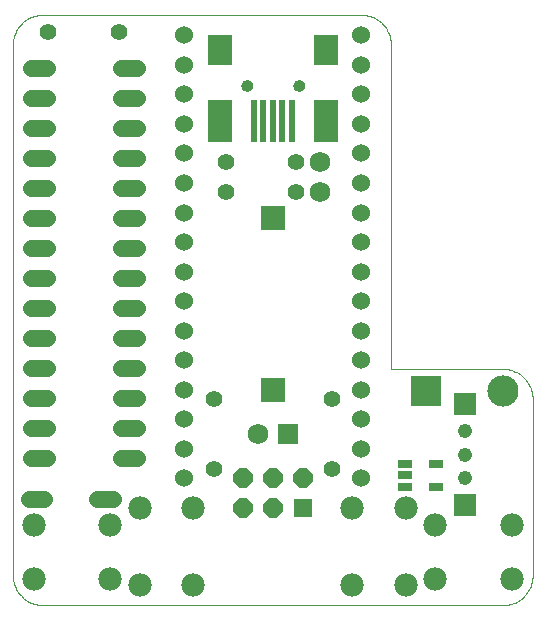
<source format=gbs>
G75*
G70*
%OFA0B0*%
%FSLAX24Y24*%
%IPPOS*%
%LPD*%
%AMOC8*
5,1,8,0,0,1.08239X$1,22.5*
%
%ADD10C,0.0000*%
%ADD11C,0.0600*%
%ADD12R,0.0800X0.0800*%
%ADD13R,0.0690X0.0690*%
%ADD14C,0.0690*%
%ADD15R,0.1040X0.1040*%
%ADD16C,0.1040*%
%ADD17R,0.0512X0.0257*%
%ADD18C,0.0560*%
%ADD19C,0.0780*%
%ADD20C,0.0555*%
%ADD21R,0.0749X0.0749*%
%ADD22C,0.0476*%
%ADD23OC8,0.0640*%
%ADD24R,0.0640X0.0640*%
%ADD25R,0.0827X0.1024*%
%ADD26R,0.0827X0.1418*%
%ADD27R,0.0237X0.1418*%
%ADD28C,0.0394*%
D10*
X001123Y001047D02*
X016445Y001047D01*
X016505Y001049D01*
X016566Y001054D01*
X016625Y001063D01*
X016684Y001076D01*
X016743Y001092D01*
X016800Y001112D01*
X016855Y001135D01*
X016910Y001162D01*
X016962Y001191D01*
X017013Y001224D01*
X017062Y001260D01*
X017108Y001298D01*
X017152Y001340D01*
X017194Y001384D01*
X017232Y001430D01*
X017268Y001479D01*
X017301Y001530D01*
X017330Y001582D01*
X017357Y001637D01*
X017380Y001692D01*
X017400Y001749D01*
X017416Y001808D01*
X017429Y001867D01*
X017438Y001926D01*
X017443Y001987D01*
X017445Y002047D01*
X017445Y007921D01*
X017443Y007981D01*
X017438Y008042D01*
X017429Y008101D01*
X017416Y008160D01*
X017400Y008219D01*
X017380Y008276D01*
X017357Y008331D01*
X017330Y008386D01*
X017301Y008438D01*
X017268Y008489D01*
X017232Y008538D01*
X017194Y008584D01*
X017152Y008628D01*
X017108Y008670D01*
X017062Y008708D01*
X017013Y008744D01*
X016962Y008777D01*
X016910Y008806D01*
X016855Y008833D01*
X016800Y008856D01*
X016743Y008876D01*
X016684Y008892D01*
X016625Y008905D01*
X016566Y008914D01*
X016505Y008919D01*
X016445Y008921D01*
X012721Y008921D01*
X012721Y019732D01*
X012719Y019792D01*
X012714Y019853D01*
X012705Y019912D01*
X012692Y019971D01*
X012676Y020030D01*
X012656Y020087D01*
X012633Y020142D01*
X012606Y020197D01*
X012577Y020249D01*
X012544Y020300D01*
X012508Y020349D01*
X012470Y020395D01*
X012428Y020439D01*
X012384Y020481D01*
X012338Y020519D01*
X012289Y020555D01*
X012238Y020588D01*
X012186Y020617D01*
X012131Y020644D01*
X012076Y020667D01*
X012019Y020687D01*
X011960Y020703D01*
X011901Y020716D01*
X011842Y020725D01*
X011781Y020730D01*
X011721Y020732D01*
X001123Y020732D01*
X001063Y020730D01*
X001002Y020725D01*
X000943Y020716D01*
X000884Y020703D01*
X000825Y020687D01*
X000768Y020667D01*
X000713Y020644D01*
X000658Y020617D01*
X000606Y020588D01*
X000555Y020555D01*
X000506Y020519D01*
X000460Y020481D01*
X000416Y020439D01*
X000374Y020395D01*
X000336Y020349D01*
X000300Y020300D01*
X000267Y020249D01*
X000238Y020197D01*
X000211Y020142D01*
X000188Y020087D01*
X000168Y020030D01*
X000152Y019971D01*
X000139Y019912D01*
X000130Y019853D01*
X000125Y019792D01*
X000123Y019732D01*
X000123Y002047D01*
X000125Y001987D01*
X000130Y001926D01*
X000139Y001867D01*
X000152Y001808D01*
X000168Y001749D01*
X000188Y001692D01*
X000211Y001637D01*
X000238Y001582D01*
X000267Y001530D01*
X000300Y001479D01*
X000336Y001430D01*
X000374Y001384D01*
X000416Y001340D01*
X000460Y001298D01*
X000506Y001260D01*
X000555Y001224D01*
X000606Y001191D01*
X000658Y001162D01*
X000713Y001135D01*
X000768Y001112D01*
X000825Y001092D01*
X000884Y001076D01*
X000943Y001063D01*
X001002Y001054D01*
X001063Y001049D01*
X001123Y001047D01*
X007741Y018370D02*
X007743Y018396D01*
X007749Y018422D01*
X007759Y018447D01*
X007772Y018470D01*
X007788Y018490D01*
X007808Y018508D01*
X007830Y018523D01*
X007853Y018535D01*
X007879Y018543D01*
X007905Y018547D01*
X007931Y018547D01*
X007957Y018543D01*
X007983Y018535D01*
X008007Y018523D01*
X008028Y018508D01*
X008048Y018490D01*
X008064Y018470D01*
X008077Y018447D01*
X008087Y018422D01*
X008093Y018396D01*
X008095Y018370D01*
X008093Y018344D01*
X008087Y018318D01*
X008077Y018293D01*
X008064Y018270D01*
X008048Y018250D01*
X008028Y018232D01*
X008006Y018217D01*
X007983Y018205D01*
X007957Y018197D01*
X007931Y018193D01*
X007905Y018193D01*
X007879Y018197D01*
X007853Y018205D01*
X007829Y018217D01*
X007808Y018232D01*
X007788Y018250D01*
X007772Y018270D01*
X007759Y018293D01*
X007749Y018318D01*
X007743Y018344D01*
X007741Y018370D01*
X009473Y018370D02*
X009475Y018396D01*
X009481Y018422D01*
X009491Y018447D01*
X009504Y018470D01*
X009520Y018490D01*
X009540Y018508D01*
X009562Y018523D01*
X009585Y018535D01*
X009611Y018543D01*
X009637Y018547D01*
X009663Y018547D01*
X009689Y018543D01*
X009715Y018535D01*
X009739Y018523D01*
X009760Y018508D01*
X009780Y018490D01*
X009796Y018470D01*
X009809Y018447D01*
X009819Y018422D01*
X009825Y018396D01*
X009827Y018370D01*
X009825Y018344D01*
X009819Y018318D01*
X009809Y018293D01*
X009796Y018270D01*
X009780Y018250D01*
X009760Y018232D01*
X009738Y018217D01*
X009715Y018205D01*
X009689Y018197D01*
X009663Y018193D01*
X009637Y018193D01*
X009611Y018197D01*
X009585Y018205D01*
X009561Y018217D01*
X009540Y018232D01*
X009520Y018250D01*
X009504Y018270D01*
X009491Y018293D01*
X009481Y018318D01*
X009475Y018344D01*
X009473Y018370D01*
D11*
X011737Y018074D03*
X011737Y017090D03*
X011737Y016106D03*
X011737Y015121D03*
X011737Y014137D03*
X011737Y013153D03*
X011737Y012169D03*
X011737Y011184D03*
X011737Y010200D03*
X011737Y009216D03*
X011737Y008232D03*
X011737Y007247D03*
X011737Y006263D03*
X011737Y005279D03*
X005831Y005279D03*
X005831Y006263D03*
X005831Y007247D03*
X005831Y008232D03*
X005831Y009216D03*
X005831Y010200D03*
X005831Y011184D03*
X005831Y012169D03*
X005831Y013153D03*
X005831Y014137D03*
X005831Y015121D03*
X005831Y016106D03*
X005831Y017090D03*
X005831Y018074D03*
X005831Y019058D03*
X005831Y020043D03*
X011737Y020043D03*
X011737Y019058D03*
D12*
X008784Y013961D03*
X008784Y008211D03*
D13*
X009284Y006755D03*
D14*
X008284Y006755D03*
X010359Y014826D03*
X010359Y015826D03*
D15*
X013902Y008177D03*
D16*
X016461Y008177D03*
D17*
X014217Y005751D03*
X014217Y005003D03*
X013193Y005003D03*
X013193Y005377D03*
X013193Y005751D03*
D18*
X004245Y005964D02*
X003725Y005964D01*
X003725Y006964D02*
X004245Y006964D01*
X004245Y007964D02*
X003725Y007964D01*
X003725Y008964D02*
X004245Y008964D01*
X004245Y009964D02*
X003725Y009964D01*
X003725Y010964D02*
X004245Y010964D01*
X004245Y011964D02*
X003725Y011964D01*
X003725Y012964D02*
X004245Y012964D01*
X004245Y013964D02*
X003725Y013964D01*
X003725Y014964D02*
X004245Y014964D01*
X004245Y015964D02*
X003725Y015964D01*
X003725Y016964D02*
X004245Y016964D01*
X004245Y017964D02*
X003725Y017964D01*
X003725Y018964D02*
X004245Y018964D01*
X001245Y018964D02*
X000725Y018964D01*
X000725Y017964D02*
X001245Y017964D01*
X001245Y016964D02*
X000725Y016964D01*
X000725Y015964D02*
X001245Y015964D01*
X001245Y014964D02*
X000725Y014964D01*
X000725Y013964D02*
X001245Y013964D01*
X001245Y012964D02*
X000725Y012964D01*
X000725Y011964D02*
X001245Y011964D01*
X001245Y010964D02*
X000725Y010964D01*
X000725Y009964D02*
X001245Y009964D01*
X001245Y008964D02*
X000725Y008964D01*
X000725Y007964D02*
X001245Y007964D01*
X001245Y006964D02*
X000725Y006964D01*
X000725Y005964D02*
X001245Y005964D01*
X001170Y004590D02*
X000650Y004590D01*
X002937Y004590D02*
X003457Y004590D01*
D19*
X003371Y003708D03*
X004351Y004295D03*
X006131Y004295D03*
X006131Y001735D03*
X004351Y001735D03*
X003371Y001928D03*
X000811Y001928D03*
X000811Y003708D03*
X011437Y004295D03*
X013217Y004295D03*
X014197Y003708D03*
X014197Y001928D03*
X013217Y001735D03*
X011437Y001735D03*
X016757Y001928D03*
X016757Y003708D03*
D20*
X010753Y005574D03*
X010753Y007936D03*
X006816Y007936D03*
X006816Y005574D03*
X007209Y014826D03*
X007209Y015810D03*
X009571Y015810D03*
X009571Y014826D03*
X003666Y020141D03*
X001304Y020141D03*
D21*
X015182Y007740D03*
X015182Y004393D03*
D22*
X015182Y005279D03*
X015182Y006066D03*
X015182Y006854D03*
D23*
X009784Y005287D03*
X008784Y005287D03*
X007784Y005287D03*
X007784Y004287D03*
X008784Y004287D03*
D24*
X009784Y004287D03*
D25*
X010556Y019551D03*
X007012Y019551D03*
D26*
X007012Y017188D03*
X010556Y017188D03*
D27*
X009414Y017188D03*
X009099Y017188D03*
X008784Y017188D03*
X008469Y017188D03*
X008150Y017184D03*
D28*
X007918Y018370D03*
X009650Y018370D03*
M02*

</source>
